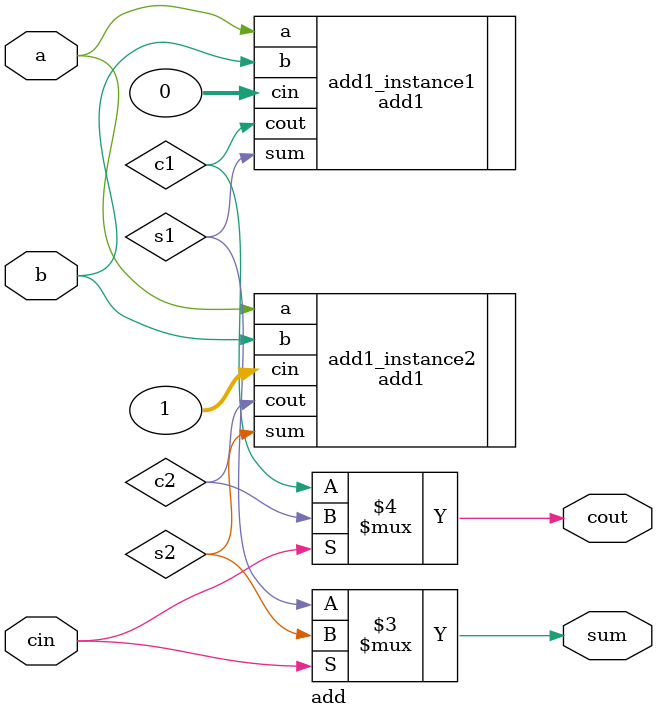
<source format=v>
module csadd32(
        input    [31:0]a,
        input    [31:0]b,
        input          cin,
        output   [31:0]sum,
        output cout
);
        

endmodule

module add(       
        input  a,
        input  b,
        input  cin,
        output sum,
        output cout
);
        wire s1,s2,c1,c2;
        add1 add1_instance1( .a(a),.b(b),.cin(0),.sum(s1),.cout(c1));
        add1 add1_instance2( .a(a),.b(b),.cin(1),.sum(s2),.cout(c2));
        assign sum=cin?s2:s1;   
        assign cout=cin?c2:c1;  
endmodule
</source>
